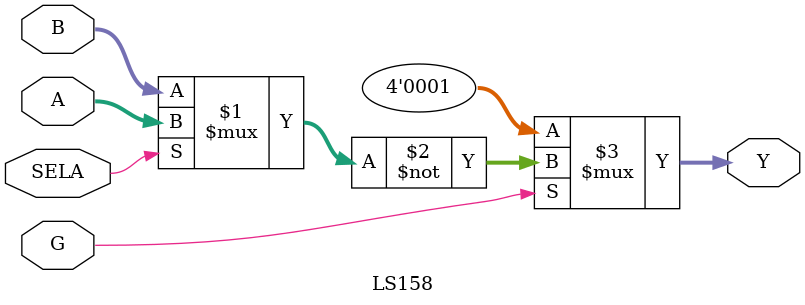
<source format=v>
`timescale 1ns / 1ps
module LS158(
    input wire G,
    input wire SELA,
    input wire [3:0] A,
    input wire [3:0] B,
    output wire [3:0] Y
    );

	assign Y = G ? ~(SELA ? A : B) : 4'b1;

endmodule

</source>
